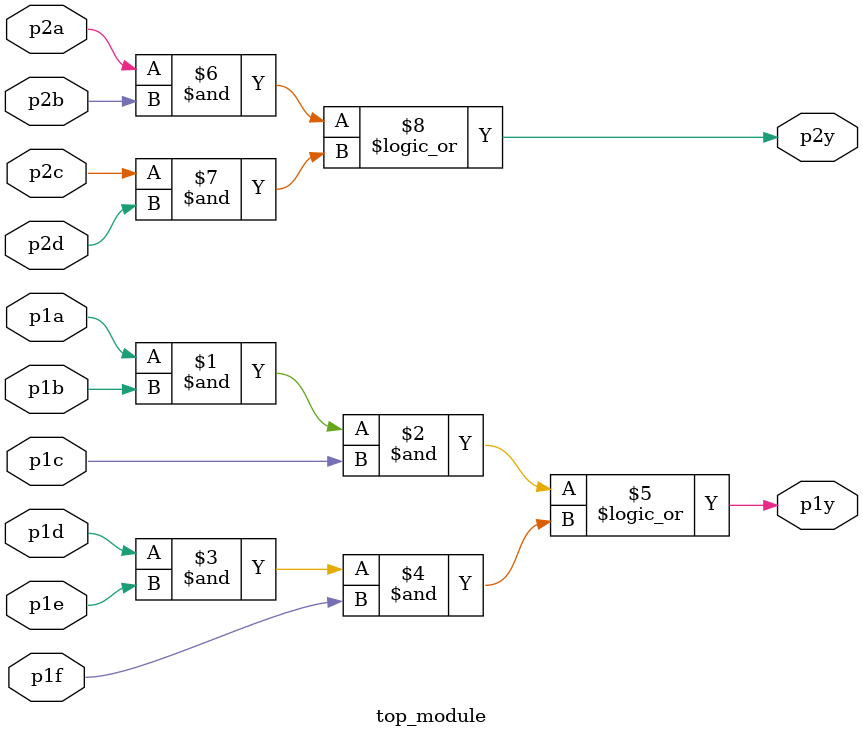
<source format=v>
module top_module ( 
    input p1a, p1b, p1c, p1d, p1e, p1f,
    output p1y,
    input p2a, p2b, p2c, p2d,
    output p2y );

    initial begin
        $dumpfile("Bravo.vcd"); // 원하는 VCD 파일 이름
        $dumpvars(0, top_module); // 또는 $dumpvars;로 전체 신호 기록
    end
    
    assign p1y = (p1a & p1b & p1c) || (p1d & p1e & p1f);
    assign p2y = (p2a & p2b) || (p2c & p2d); 

endmodule

</source>
